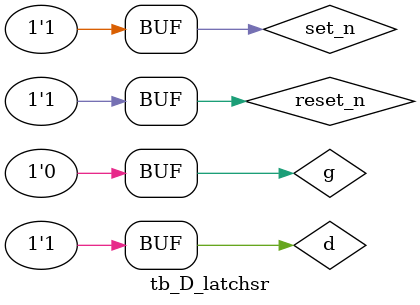
<source format=v>
`timescale 1ns/100ps//timescale

module tb_D_latchsr();//testbanch module ??

reg set_n,reset_n,d,g;//reg value set_n, reset_n
wire q,q_n;//wire value q, q_n

D_latchsr D_lat(set_n,reset_n,d,g,q,q_n);//?? instantation

initial
begin
//10? ???? input? ??
	d=0;g=0;set_n=0;reset_n=1;
#10	d=1;set_n=1;
#10	d=0;reset_n=0;
#10	d=1;
#10	d=0;reset_n=1;
#10	d=1;
#10	d=0;g=1;
#10	d=1;
#10	d=0;
#10	d=1; 
#10	d=0;
#10	d=1;g=0;
#10	d=0;
#10	d=1;

end 
endmodule
</source>
